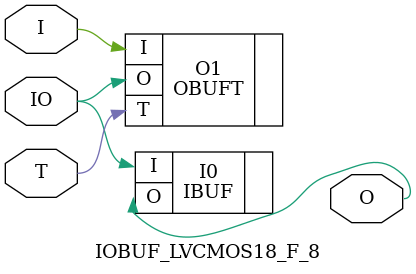
<source format=v>


`timescale  1 ps / 1 ps


module IOBUF_LVCMOS18_F_8 (O, IO, I, T);

    output O;

    inout  IO;

    input  I, T;

        OBUFT #(.IOSTANDARD("LVCMOS18"), .SLEW("FAST"), .DRIVE(8)) O1 (.O(IO), .I(I), .T(T)); 
	IBUF #(.IOSTANDARD("LVCMOS18"))  I0 (.O(O), .I(IO));
        

endmodule



</source>
